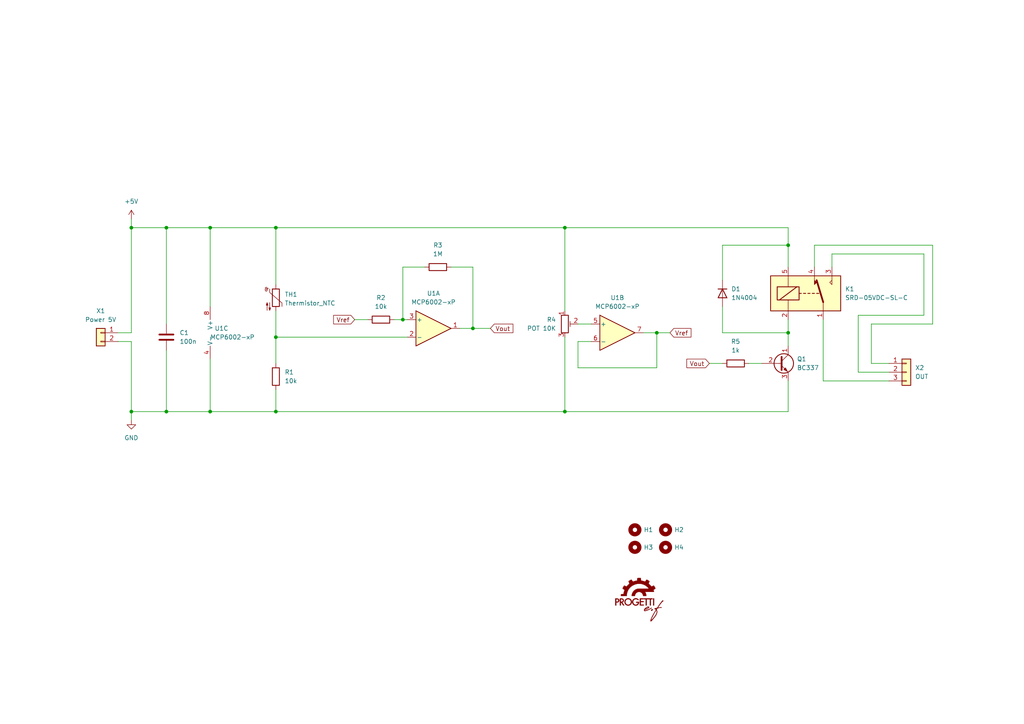
<source format=kicad_sch>
(kicad_sch (version 20211123) (generator eeschema)
  (paper "A4")
  (lib_symbols
    (symbol "Amplifier_Operational:MCP6002-xP" (pin_names (offset 0.127))
      (property "Reference" "U" (at 0 5.08 0))
      (property "Value" "MCP6002-xP" (at 0 -5.08 0))
      (symbol "MCP6002-xP_1_1"
        (pin output line (at 7.62 0 180) (length 2.54) (name "~") (number "1"))
        (pin input line (at -7.62 -2.54 0) (length 2.54) (name "-") (number "2"))
        (pin input line (at -7.62 2.54 0) (length 2.54) (name "+") (number "3"))
      )
      (symbol "MCP6002-xP_2_1"
        (pin input line (at -7.62 2.54 0) (length 2.54) (name "+") (number "5"))
        (pin input line (at -7.62 -2.54 0) (length 2.54) (name "-") (number "6"))
        (pin output line (at 7.62 0 180) (length 2.54) (name "~") (number "7"))
      )
      (symbol "MCP6002-xP_3_1"
        (pin power_in line (at -2.54 -7.62 90) (length 3.81) (name "V-") (number "4"))
        (pin power_in line (at -2.54 7.62 270) (length 3.81) (name "V+") (number "8"))
      )
    )
    (symbol "Connector_Generic:Conn_01x02" (pin_names (offset 1.016) hide)
      (property "Reference" "J" (at 0 2.54 0))
      (property "Value" "Conn_01x02" (at 0 -5.08 0))
      (symbol "Conn_01x02_1_1"
        (pin passive line (at -5.08 0 0) (length 3.81) (name "Pin_1") (number "1"))
        (pin passive line (at -5.08 -2.54 0) (length 3.81) (name "Pin_2") (number "2"))
      )
    )
    (symbol "Connector_Generic:Conn_01x03" (pin_names (offset 1.016) hide)
      (property "Reference" "J" (at 0 5.08 0))
      (property "Value" "Conn_01x03" (at 0 -5.08 0))
      (symbol "Conn_01x03_1_1"
        (pin passive line (at -5.08 2.54 0) (length 3.81) (name "Pin_1") (number "1"))
        (pin passive line (at -5.08 0 0) (length 3.81) (name "Pin_2") (number "2"))
        (pin passive line (at -5.08 -2.54 0) (length 3.81) (name "Pin_3") (number "3"))
      )
    )
    (symbol "Device:C" (pin_numbers hide) (pin_names (offset 0.254))
      (property "Reference" "C" (at 0.635 2.54 0))
      (property "Value" "C" (at 0.635 -2.54 0))
      (symbol "C_1_1"
        (pin passive line (at 0 3.81 270) (length 2.794) (name "~") (number "1"))
        (pin passive line (at 0 -3.81 90) (length 2.794) (name "~") (number "2"))
      )
    )
    (symbol "Device:D" (pin_numbers hide) (pin_names (offset 1.016) hide)
      (property "Reference" "D" (at 0 2.54 0))
      (property "Value" "D" (at 0 -2.54 0))
      (symbol "D_1_1"
        (pin passive line (at -3.81 0 0) (length 2.54) (name "K") (number "1"))
        (pin passive line (at 3.81 0 180) (length 2.54) (name "A") (number "2"))
      )
    )
    (symbol "Device:R" (pin_numbers hide) (pin_names (offset 0))
      (property "Reference" "R" (at 2.032 0 90))
      (property "Value" "R" (at 0 0 90))
      (symbol "R_1_1"
        (pin passive line (at 0 3.81 270) (length 1.27) (name "~") (number "1"))
        (pin passive line (at 0 -3.81 90) (length 1.27) (name "~") (number "2"))
      )
    )
    (symbol "Device:R_Potentiometer_Trim" (pin_names (offset 1.016) hide)
      (property "Reference" "RV" (at -4.445 0 90))
      (property "Value" "R_Potentiometer_Trim" (at -2.54 0 90))
      (symbol "R_Potentiometer_Trim_1_1"
        (pin passive line (at 0 3.81 270) (length 1.27) (name "1") (number "1"))
        (pin passive line (at 3.81 0 180) (length 1.27) (name "2") (number "2"))
        (pin passive line (at 0 -3.81 90) (length 1.27) (name "3") (number "3"))
      )
    )
    (symbol "Device:Thermistor_NTC" (pin_numbers hide) (pin_names (offset 0))
      (property "Reference" "TH" (at -4.445 0 90))
      (property "Value" "Thermistor_NTC" (at 3.175 0 90))
      (symbol "Thermistor_NTC_1_1"
        (pin passive line (at 0 3.81 270) (length 1.27) (name "~") (number "1"))
        (pin passive line (at 0 -3.81 90) (length 1.27) (name "~") (number "2"))
      )
    )
    (symbol "Mechanical:MountingHole" (pin_names (offset 1.016))
      (property "Reference" "H" (at 0 5.08 0))
      (property "Value" "MountingHole" (at 0 3.175 0))
    )
    (symbol "MyLib:LOGO" (pin_names (offset 1.016)))
    (symbol "Relay:SANYOU_SRD_Form_C"
      (property "Reference" "K" (at 11.43 3.81 0))
      (property "Value" "SANYOU_SRD_Form_C" (at 11.43 1.27 0))
      (symbol "SANYOU_SRD_Form_C_1_1"
        (pin passive line (at 5.08 -7.62 90) (length 2.54) (name "~") (number "1"))
        (pin passive line (at -5.08 -7.62 90) (length 2.54) (name "~") (number "2"))
        (pin passive line (at 7.62 7.62 270) (length 2.54) (name "~") (number "3"))
        (pin passive line (at 2.54 7.62 270) (length 2.54) (name "~") (number "4"))
        (pin passive line (at -5.08 7.62 270) (length 2.54) (name "~") (number "5"))
      )
    )
    (symbol "Transistor_BJT:BC337" (pin_names (offset 0) hide)
      (property "Reference" "Q" (at 5.08 1.905 0))
      (property "Value" "BC337" (at 5.08 0 0))
      (symbol "BC337_1_1"
        (pin passive line (at 2.54 5.08 270) (length 2.54) (name "C") (number "1"))
        (pin input line (at -5.08 0 0) (length 5.08) (name "B") (number "2"))
        (pin passive line (at 2.54 -5.08 90) (length 2.54) (name "E") (number "3"))
      )
    )
    (symbol "power:+5V" (power) (pin_names (offset 0))
      (property "Value" "+5V" (at 0 3.556 0))
      (symbol "+5V_1_1"
        (pin power_in line (at 0 0 90) (length 0) hide (name "+5V") (number "1"))
      )
    )
    (symbol "power:GND" (power) (pin_names (offset 0))
      (property "Value" "GND" (at 0 -3.81 0))
      (symbol "GND_1_1"
        (pin power_in line (at 0 0 270) (length 0) hide (name "GND") (number "1"))
      )
    )
  )
  (junction (at 228.6 71.12))
  (junction (at 80.01 66.04))
  (junction (at 116.84 92.71))
  (junction (at 228.6 96.52))
  (junction (at 163.83 119.38))
  (junction (at 48.26 66.04))
  (junction (at 60.96 119.38))
  (junction (at 190.5 96.52))
  (junction (at 38.1 119.38))
  (junction (at 38.1 66.04))
  (junction (at 60.96 66.04))
  (junction (at 163.83 66.04))
  (junction (at 137.16 95.25))
  (junction (at 80.01 119.38))
  (junction (at 80.01 97.79))
  (junction (at 48.26 119.38))
  (wire (pts (xy 190.5 96.52) (xy 194.31 96.52)))
  (wire (pts (xy 116.84 92.71) (xy 118.11 92.71)))
  (wire (pts (xy 217.17 105.41) (xy 220.98 105.41)))
  (wire (pts (xy 228.6 96.52) (xy 228.6 100.33)))
  (wire (pts (xy 248.92 107.95) (xy 248.92 91.44)))
  (wire (pts (xy 238.76 92.71) (xy 238.76 110.49)))
  (wire (pts (xy 163.83 97.79) (xy 163.83 119.38)))
  (wire (pts (xy 48.26 66.04) (xy 48.26 93.98)))
  (wire (pts (xy 123.19 77.47) (xy 116.84 77.47)))
  (wire (pts (xy 228.6 110.49) (xy 228.6 119.38)))
  (wire (pts (xy 238.76 110.49) (xy 257.81 110.49)))
  (wire (pts (xy 38.1 99.06) (xy 34.29 99.06)))
  (wire (pts (xy 167.64 93.98) (xy 171.45 93.98)))
  (wire (pts (xy 228.6 71.12) (xy 228.6 77.47)))
  (wire (pts (xy 80.01 82.55) (xy 80.01 66.04)))
  (wire (pts (xy 137.16 95.25) (xy 137.16 77.47)))
  (wire (pts (xy 116.84 77.47) (xy 116.84 92.71)))
  (wire (pts (xy 80.01 119.38) (xy 60.96 119.38)))
  (wire (pts (xy 209.55 71.12) (xy 228.6 71.12)))
  (wire (pts (xy 241.3 73.66) (xy 241.3 77.47)))
  (wire (pts (xy 38.1 66.04) (xy 38.1 96.52)))
  (wire (pts (xy 270.51 71.12) (xy 236.22 71.12)))
  (wire (pts (xy 163.83 90.17) (xy 163.83 66.04)))
  (wire (pts (xy 171.45 99.06) (xy 167.64 99.06)))
  (wire (pts (xy 257.81 105.41) (xy 252.73 105.41)))
  (wire (pts (xy 163.83 66.04) (xy 80.01 66.04)))
  (wire (pts (xy 257.81 107.95) (xy 248.92 107.95)))
  (wire (pts (xy 38.1 63.5) (xy 38.1 66.04)))
  (wire (pts (xy 38.1 66.04) (xy 48.26 66.04)))
  (wire (pts (xy 228.6 119.38) (xy 163.83 119.38)))
  (wire (pts (xy 228.6 66.04) (xy 163.83 66.04)))
  (wire (pts (xy 137.16 77.47) (xy 130.81 77.47)))
  (wire (pts (xy 80.01 66.04) (xy 60.96 66.04)))
  (wire (pts (xy 228.6 92.71) (xy 228.6 96.52)))
  (wire (pts (xy 60.96 66.04) (xy 60.96 88.9)))
  (wire (pts (xy 48.26 119.38) (xy 60.96 119.38)))
  (wire (pts (xy 118.11 97.79) (xy 80.01 97.79)))
  (wire (pts (xy 80.01 90.17) (xy 80.01 97.79)))
  (wire (pts (xy 48.26 101.6) (xy 48.26 119.38)))
  (wire (pts (xy 38.1 96.52) (xy 34.29 96.52)))
  (wire (pts (xy 248.92 91.44) (xy 267.97 91.44)))
  (wire (pts (xy 228.6 96.52) (xy 209.55 96.52)))
  (wire (pts (xy 114.3 92.71) (xy 116.84 92.71)))
  (wire (pts (xy 167.64 99.06) (xy 167.64 106.68)))
  (wire (pts (xy 48.26 66.04) (xy 60.96 66.04)))
  (wire (pts (xy 80.01 113.03) (xy 80.01 119.38)))
  (wire (pts (xy 38.1 119.38) (xy 38.1 99.06)))
  (wire (pts (xy 133.35 95.25) (xy 137.16 95.25)))
  (wire (pts (xy 167.64 106.68) (xy 190.5 106.68)))
  (wire (pts (xy 38.1 119.38) (xy 48.26 119.38)))
  (wire (pts (xy 270.51 93.98) (xy 270.51 71.12)))
  (wire (pts (xy 38.1 119.38) (xy 38.1 121.92)))
  (wire (pts (xy 60.96 104.14) (xy 60.96 119.38)))
  (wire (pts (xy 209.55 81.28) (xy 209.55 71.12)))
  (wire (pts (xy 236.22 71.12) (xy 236.22 77.47)))
  (wire (pts (xy 205.74 105.41) (xy 209.55 105.41)))
  (wire (pts (xy 163.83 119.38) (xy 80.01 119.38)))
  (wire (pts (xy 209.55 96.52) (xy 209.55 88.9)))
  (wire (pts (xy 267.97 91.44) (xy 267.97 73.66)))
  (wire (pts (xy 267.97 73.66) (xy 241.3 73.66)))
  (wire (pts (xy 137.16 95.25) (xy 142.24 95.25)))
  (wire (pts (xy 228.6 71.12) (xy 228.6 66.04)))
  (wire (pts (xy 190.5 106.68) (xy 190.5 96.52)))
  (wire (pts (xy 190.5 96.52) (xy 186.69 96.52)))
  (wire (pts (xy 252.73 105.41) (xy 252.73 93.98)))
  (wire (pts (xy 80.01 97.79) (xy 80.01 105.41)))
  (wire (pts (xy 102.87 92.71) (xy 106.68 92.71)))
  (wire (pts (xy 252.73 93.98) (xy 270.51 93.98)))
  (global_label "Vref" (shape input) (at 102.87 92.71 180) (property "Intersheet References" "${INTERSHEET_REFS}" (effects hide)))
  (global_label "Vref" (shape input) (at 194.31 96.52 0) (property "Intersheet References" "${INTERSHEET_REFS}" (effects hide)))
  (global_label "Vout" (shape input) (at 142.24 95.25 0) (property "Intersheet References" "${INTERSHEET_REFS}" (effects hide)))
  (global_label "Vout" (shape input) (at 205.74 105.41 180) (property "Intersheet References" "${INTERSHEET_REFS}" (effects hide)))
  (symbol (lib_id "Device:R_Potentiometer_Trim") (at 163.83 93.98 0) (unit 1)
    (property "Reference" "R4" (at 161.29 92.7099 0) (effects (justify right)))
    (property "Value" "POT 10K" (at 161.29 95.2499 0) (effects (justify right)))
    (property "Footprint" "Potentiometer_THT:Potentiometer_Alps_RK163_Single_Horizontal" (effects hide))
  )
  (symbol (lib_id "Connector_Generic:Conn_01x03") (at 262.89 107.95 0) (unit 1)
    (property "Reference" "X2" (at 265.43 106.6799 0) (effects (justify left)))
    (property "Value" "OUT" (at 265.43 109.2199 0) (effects (justify left)))
    (property "Footprint" "Connector_Phoenix_MSTB:PhoenixContact_MSTBA_2,5_3-G-5,08_1x03_P5.08mm_Horizontal" (effects hide))
  )
  (symbol (lib_id "power:+5V") (at 38.1 63.5 0) (unit 1)
    (property "Reference" "#PWR0101" (effects hide))
    (property "Value" "+5V" (at 38.1 58.42 0))
  )
  (symbol (lib_id "power:GND") (at 38.1 121.92 0) (unit 1)
    (property "Reference" "#PWR0102" (effects hide))
    (property "Value" "GND" (at 38.1 127 0))
  )
  (symbol (lib_id "Mechanical:MountingHole") (at 184.15 158.75 0) (unit 1)
    (property "Reference" "H3" (at 186.69 158.7499 0) (effects (justify left)))
    (property "Value" "MountingHole" (effects hide))
    (property "Footprint" "MountingHole:MountingHole_4.3mm_M4" (effects hide))
  )
  (symbol (lib_id "Mechanical:MountingHole") (at 193.04 158.75 0) (unit 1)
    (property "Reference" "H4" (at 195.58 158.7499 0) (effects (justify left)))
    (property "Value" "MountingHole" (effects hide))
    (property "Footprint" "MountingHole:MountingHole_4.3mm_M4" (effects hide))
  )
  (symbol (lib_id "Amplifier_Operational:MCP6002-xP") (at 125.73 95.25 0) (unit 1)
    (property "Reference" "U1" (at 125.73 85.09 0))
    (property "Value" "MCP6002-xP" (at 125.73 87.63 0))
    (property "Footprint" "Package_DIP:DIP-8_W7.62mm_LongPads" (effects hide))
    (property "Datasheet" "http://ww1.microchip.com/downloads/en/DeviceDoc/21733j.pdf" (effects hide))
  )
  (symbol (lib_id "Mechanical:MountingHole") (at 184.15 153.67 0) (unit 1)
    (property "Reference" "H1" (at 186.69 153.6699 0) (effects (justify left)))
    (property "Value" "MountingHole" (effects hide))
    (property "Footprint" "MountingHole:MountingHole_4.3mm_M4" (effects hide))
  )
  (symbol (lib_id "Amplifier_Operational:MCP6002-xP") (at 179.07 96.52 0) (unit 2)
    (property "Reference" "U1" (at 179.07 86.36 0))
    (property "Value" "MCP6002-xP" (at 179.07 88.9 0))
    (property "Footprint" "Package_DIP:DIP-8_W7.62mm_LongPads" (effects hide))
    (property "Datasheet" "http://ww1.microchip.com/downloads/en/DeviceDoc/21733j.pdf" (effects hide))
  )
  (symbol (lib_id "Device:C") (at 48.26 97.79 0) (unit 1)
    (property "Reference" "C1" (at 52.07 96.5199 0) (effects (justify left)))
    (property "Value" "100n" (at 52.07 99.0599 0) (effects (justify left)))
    (property "Footprint" "Capacitor_THT:C_Disc_D7.5mm_W2.5mm_P5.00mm" (effects hide))
  )
  (symbol (lib_id "MyLib:LOGO") (at 185.42 173.99 0) (unit 1)
    (property "Reference" "#G?" (effects hide))
    (property "Value" "LOGO" (effects hide))
  )
  (symbol (lib_id "Device:R") (at 127 77.47 90) (unit 1)
    (property "Reference" "R3" (at 127 71.12 90))
    (property "Value" "1M" (at 127 73.66 90))
    (property "Footprint" "Resistor_THT:R_Axial_DIN0207_L6.3mm_D2.5mm_P10.16mm_Horizontal" (effects hide))
  )
  (symbol (lib_id "Amplifier_Operational:MCP6002-xP") (at 63.5 96.52 0) (unit 3)
    (property "Reference" "U1" (at 62.23 95.2499 0) (effects (justify left)))
    (property "Value" "MCP6002-xP" (at 60.96 97.79 0) (effects (justify left)))
    (property "Footprint" "Package_DIP:DIP-8_W7.62mm_LongPads" (effects hide))
    (property "Datasheet" "http://ww1.microchip.com/downloads/en/DeviceDoc/21733j.pdf" (effects hide))
  )
  (symbol (lib_id "Device:D") (at 209.55 85.09 270) (unit 1)
    (property "Reference" "D1" (at 212.09 83.8199 90) (effects (justify left)))
    (property "Value" "1N4004" (at 212.09 86.3599 90) (effects (justify left)))
    (property "Footprint" "Diode_THT:D_A-405_P10.16mm_Horizontal" (effects hide))
  )
  (symbol (lib_id "Device:R") (at 213.36 105.41 90) (unit 1)
    (property "Reference" "R5" (at 213.36 99.06 90))
    (property "Value" "1k" (at 213.36 101.6 90))
    (property "Footprint" "Resistor_THT:R_Axial_DIN0207_L6.3mm_D2.5mm_P10.16mm_Horizontal" (effects hide))
  )
  (symbol (lib_id "Device:Thermistor_NTC") (at 80.01 86.36 0) (unit 1)
    (property "Reference" "TH1" (at 82.55 85.4074 0) (effects (justify left)))
    (property "Value" "Thermistor_NTC" (at 82.55 87.9474 0) (effects (justify left)))
    (property "Footprint" "Capacitor_THT:C_Rect_L4.6mm_W3.0mm_P2.50mm_MKS02_FKP02" (effects hide))
  )
  (symbol (lib_id "Mechanical:MountingHole") (at 193.04 153.67 0) (unit 1)
    (property "Reference" "H2" (at 195.58 153.6699 0) (effects (justify left)))
    (property "Value" "MountingHole" (effects hide))
    (property "Footprint" "MountingHole:MountingHole_4.3mm_M4" (effects hide))
  )
  (symbol (lib_id "Device:R") (at 110.49 92.71 90) (unit 1)
    (property "Reference" "R2" (at 110.49 86.36 90))
    (property "Value" "10k" (at 110.49 88.9 90))
    (property "Footprint" "Resistor_THT:R_Axial_DIN0207_L6.3mm_D2.5mm_P10.16mm_Horizontal" (effects hide))
  )
  (symbol (lib_id "Connector_Generic:Conn_01x02") (at 29.21 96.52 0) (mirror y) (unit 1)
    (property "Reference" "X1" (at 29.21 90.17 0))
    (property "Value" "Power 5V" (at 29.21 92.71 0))
    (property "Footprint" "Connector_Phoenix_MSTB:PhoenixContact_MSTBA_2,5_2-G-5,08_1x02_P5.08mm_Horizontal" (effects hide))
  )
  (symbol (lib_id "Relay:SANYOU_SRD_Form_C") (at 233.68 85.09 0) (unit 1)
    (property "Reference" "K1" (at 245.11 83.8199 0) (effects (justify left)))
    (property "Value" "SRD-05VDC-SL-C" (at 245.11 86.3599 0) (effects (justify left)))
    (property "Footprint" "Relay_THT:Relay_SPDT_SANYOU_SRD_Series_Form_C" (effects hide))
    (property "Datasheet" "http://www.sanyourelay.ca/public/products/pdf/SRD.pdf" (effects hide))
  )
  (symbol (lib_id "Device:R") (at 80.01 109.22 0) (unit 1)
    (property "Reference" "R1" (at 82.55 107.9499 0) (effects (justify left)))
    (property "Value" "10k" (at 82.55 110.4899 0) (effects (justify left)))
    (property "Footprint" "Resistor_THT:R_Axial_DIN0207_L6.3mm_D2.5mm_P10.16mm_Horizontal" (effects hide))
  )
  (symbol (lib_id "Transistor_BJT:BC337") (at 226.06 105.41 0) (unit 1)
    (property "Reference" "Q1" (at 231.14 104.1399 0) (effects (justify left)))
    (property "Value" "BC337" (at 231.14 106.6799 0) (effects (justify left)))
    (property "Footprint" "Package_TO_SOT_THT:TO-92L_Inline_Wide" (effects hide))
    (property "Datasheet" "https://diotec.com/tl_files/diotec/files/pdf/datasheets/bc337.pdf" (effects hide))
  )
)
</source>
